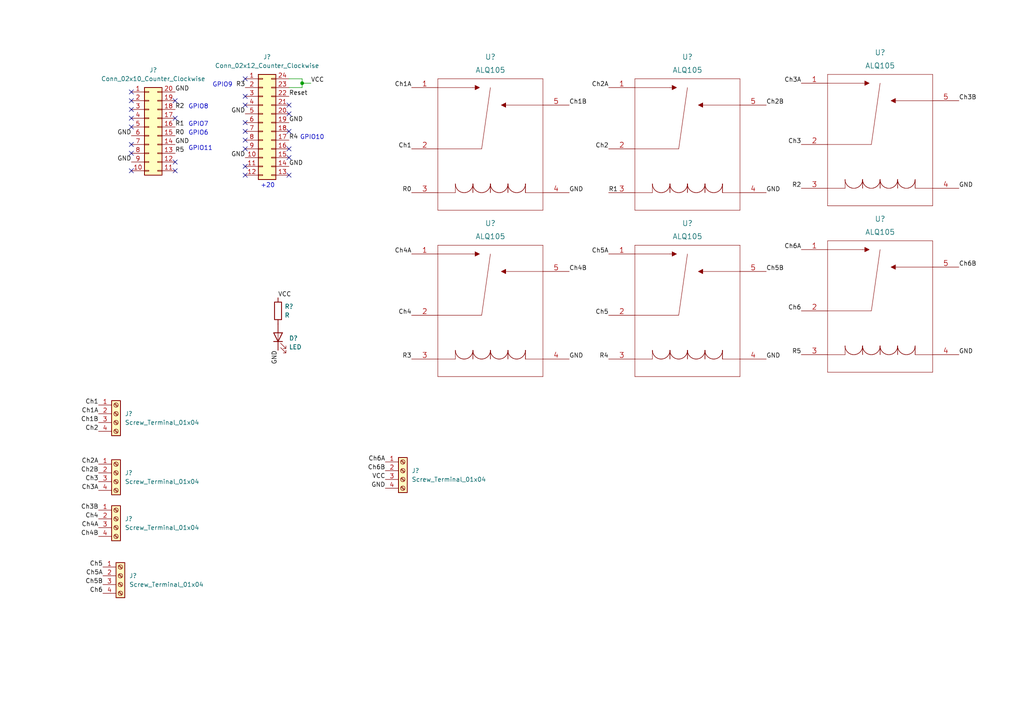
<source format=kicad_sch>
(kicad_sch (version 20211123) (generator eeschema)
  (paper "A4")
  (lib_symbols
    (symbol "ALQ105-BAJA:ALQ105" (pin_names (offset -0.254) hide)
      (property "Reference" "U" (at 22.86 12.7 0))
      (property "Value" "ALQ105" (at 22.86 10.16 0))
      (symbol "ALQ105_1_1"
        (polyline (pts (xy 7.62 -35.56) (xy 38.1 -35.56)) (stroke (width 0.127)))
        (polyline (pts (xy 7.62 0) (xy 17.78 0)) (stroke (width 0.127)))
        (polyline (pts (xy 7.62 2.54) (xy 7.62 -35.56)) (stroke (width 0.127)))
        (polyline (pts (xy 12.7 -30.48) (xy 7.62 -30.48)) (stroke (width 0.127)))
        (polyline (pts (xy 12.7 -27.94) (xy 12.7 -30.48)) (stroke (width 0.127)))
        (polyline (pts (xy 17.78 -27.94) (xy 17.78 -30.48)) (stroke (width 0.127)))
        (polyline (pts (xy 17.78 -27.94) (xy 17.78 -30.48)) (stroke (width 0.127)))
        (polyline (pts (xy 17.78 0) (xy 19.05 0)) (stroke (width 0.127)))
        (polyline (pts (xy 20.32 -17.78) (xy 7.62 -17.78)) (stroke (width 0.127)))
        (polyline (pts (xy 20.32 -17.78) (xy 22.86 0)) (stroke (width 0.127)))
        (polyline (pts (xy 22.86 -27.94) (xy 22.86 -30.48)) (stroke (width 0.127)))
        (polyline (pts (xy 22.86 -27.94) (xy 22.86 -30.48)) (stroke (width 0.127)))
        (polyline (pts (xy 27.94 -27.94) (xy 27.94 -30.48)) (stroke (width 0.127)))
        (polyline (pts (xy 27.94 -27.94) (xy 27.94 -30.48)) (stroke (width 0.127)))
        (polyline (pts (xy 33.02 -27.94) (xy 33.02 -30.48)) (stroke (width 0.127)))
        (polyline (pts (xy 33.02 -27.94) (xy 33.02 -30.48)) (stroke (width 0.127)))
        (polyline (pts (xy 38.1 -35.56) (xy 38.1 2.54)) (stroke (width 0.127)))
        (polyline (pts (xy 38.1 -30.48) (xy 33.02 -30.48)) (stroke (width 0.127)))
        (polyline (pts (xy 38.1 -5.08) (xy 26.67 -5.08)) (stroke (width 0.127)))
        (polyline (pts (xy 38.1 2.54) (xy 7.62 2.54)) (stroke (width 0.127)))
        (polyline (pts (xy 18.415 0.635) (xy 18.415 -0.635) (xy 19.685 0) (xy 18.415 0.635)) (fill (type outline)))
        (polyline (pts (xy 27.305 -4.445) (xy 27.305 -5.715) (xy 26.035 -5.08) (xy 27.305 -4.445)) (fill (type outline)))
        (arc (start 12.7 -27.94) (mid 15.24 -30.48) (end 17.78 -27.94) (stroke (width 0.127)))
        (arc (start 12.7 -27.94) (mid 15.24 -30.48) (end 17.78 -27.94) (stroke (width 0.127)))
        (arc (start 17.78 -27.94) (mid 20.32 -30.48) (end 22.86 -27.94) (stroke (width 0.127)))
        (arc (start 17.78 -27.94) (mid 20.32 -30.48) (end 22.86 -27.94) (stroke (width 0.127)))
        (arc (start 22.86 -27.94) (mid 25.4 -30.48) (end 27.94 -27.94) (stroke (width 0.127)))
        (arc (start 22.86 -27.94) (mid 25.4 -30.48) (end 27.94 -27.94) (stroke (width 0.127)))
        (arc (start 27.94 -27.94) (mid 30.48 -30.48) (end 33.02 -27.94) (stroke (width 0.127)))
        (arc (start 27.94 -27.94) (mid 30.48 -30.48) (end 33.02 -27.94) (stroke (width 0.127)))
        (pin unspecified line (at 0 0 0) (length 7.62) (name "1") (number "1"))
        (pin unspecified line (at 0 -17.78 0) (length 7.62) (name "2") (number "2"))
        (pin unspecified line (at 0 -30.48 0) (length 7.62) (name "3") (number "3"))
        (pin unspecified line (at 45.72 -30.48 180) (length 7.62) (name "4") (number "4"))
        (pin unspecified line (at 45.72 -5.08 180) (length 7.62) (name "5") (number "5"))
      )
    )
    (symbol "Connector:Screw_Terminal_01x04" (pin_names (offset 1.016) hide)
      (property "Reference" "J" (at 0 5.08 0))
      (property "Value" "Screw_Terminal_01x04" (at 0 -7.62 0))
      (symbol "Screw_Terminal_01x04_1_1"
        (rectangle (start -1.27 3.81) (end 1.27 -6.35) (stroke (width 0.254)) (fill (type background)))
        (circle (center 0 -5.08) (radius 0.635) (stroke (width 0.1524)))
        (circle (center 0 -2.54) (radius 0.635) (stroke (width 0.1524)))
        (polyline (pts (xy -0.5334 -4.7498) (xy 0.3302 -5.588)) (stroke (width 0.1524)))
        (polyline (pts (xy -0.5334 -2.2098) (xy 0.3302 -3.048)) (stroke (width 0.1524)))
        (polyline (pts (xy -0.5334 0.3302) (xy 0.3302 -0.508)) (stroke (width 0.1524)))
        (polyline (pts (xy -0.5334 2.8702) (xy 0.3302 2.032)) (stroke (width 0.1524)))
        (polyline (pts (xy -0.3556 -4.572) (xy 0.508 -5.4102)) (stroke (width 0.1524)))
        (polyline (pts (xy -0.3556 -2.032) (xy 0.508 -2.8702)) (stroke (width 0.1524)))
        (polyline (pts (xy -0.3556 0.508) (xy 0.508 -0.3302)) (stroke (width 0.1524)))
        (polyline (pts (xy -0.3556 3.048) (xy 0.508 2.2098)) (stroke (width 0.1524)))
        (circle (center 0 0) (radius 0.635) (stroke (width 0.1524)))
        (circle (center 0 2.54) (radius 0.635) (stroke (width 0.1524)))
        (pin passive line (at -5.08 2.54 0) (length 3.81) (name "Pin_1") (number "1"))
        (pin passive line (at -5.08 0 0) (length 3.81) (name "Pin_2") (number "2"))
        (pin passive line (at -5.08 -2.54 0) (length 3.81) (name "Pin_3") (number "3"))
        (pin passive line (at -5.08 -5.08 0) (length 3.81) (name "Pin_4") (number "4"))
      )
    )
    (symbol "Connector_Generic:Conn_02x10_Counter_Clockwise" (pin_names (offset 1.016) hide)
      (property "Reference" "J" (at 1.27 12.7 0))
      (property "Value" "Conn_02x10_Counter_Clockwise" (at 1.27 -15.24 0))
      (symbol "Conn_02x10_Counter_Clockwise_1_1"
        (rectangle (start -1.27 -12.573) (end 0 -12.827) (stroke (width 0.1524)))
        (rectangle (start -1.27 -10.033) (end 0 -10.287) (stroke (width 0.1524)))
        (rectangle (start -1.27 -7.493) (end 0 -7.747) (stroke (width 0.1524)))
        (rectangle (start -1.27 -4.953) (end 0 -5.207) (stroke (width 0.1524)))
        (rectangle (start -1.27 -2.413) (end 0 -2.667) (stroke (width 0.1524)))
        (rectangle (start -1.27 0.127) (end 0 -0.127) (stroke (width 0.1524)))
        (rectangle (start -1.27 2.667) (end 0 2.413) (stroke (width 0.1524)))
        (rectangle (start -1.27 5.207) (end 0 4.953) (stroke (width 0.1524)))
        (rectangle (start -1.27 7.747) (end 0 7.493) (stroke (width 0.1524)))
        (rectangle (start -1.27 10.287) (end 0 10.033) (stroke (width 0.1524)))
        (rectangle (start -1.27 11.43) (end 3.81 -13.97) (stroke (width 0.254)) (fill (type background)))
        (rectangle (start 3.81 -12.573) (end 2.54 -12.827) (stroke (width 0.1524)))
        (rectangle (start 3.81 -10.033) (end 2.54 -10.287) (stroke (width 0.1524)))
        (rectangle (start 3.81 -7.493) (end 2.54 -7.747) (stroke (width 0.1524)))
        (rectangle (start 3.81 -4.953) (end 2.54 -5.207) (stroke (width 0.1524)))
        (rectangle (start 3.81 -2.413) (end 2.54 -2.667) (stroke (width 0.1524)))
        (rectangle (start 3.81 0.127) (end 2.54 -0.127) (stroke (width 0.1524)))
        (rectangle (start 3.81 2.667) (end 2.54 2.413) (stroke (width 0.1524)))
        (rectangle (start 3.81 5.207) (end 2.54 4.953) (stroke (width 0.1524)))
        (rectangle (start 3.81 7.747) (end 2.54 7.493) (stroke (width 0.1524)))
        (rectangle (start 3.81 10.287) (end 2.54 10.033) (stroke (width 0.1524)))
        (pin passive line (at -5.08 10.16 0) (length 3.81) (name "Pin_1") (number "1"))
        (pin passive line (at -5.08 -12.7 0) (length 3.81) (name "Pin_10") (number "10"))
        (pin passive line (at 7.62 -12.7 180) (length 3.81) (name "Pin_11") (number "11"))
        (pin passive line (at 7.62 -10.16 180) (length 3.81) (name "Pin_12") (number "12"))
        (pin passive line (at 7.62 -7.62 180) (length 3.81) (name "Pin_13") (number "13"))
        (pin passive line (at 7.62 -5.08 180) (length 3.81) (name "Pin_14") (number "14"))
        (pin passive line (at 7.62 -2.54 180) (length 3.81) (name "Pin_15") (number "15"))
        (pin passive line (at 7.62 0 180) (length 3.81) (name "Pin_16") (number "16"))
        (pin passive line (at 7.62 2.54 180) (length 3.81) (name "Pin_17") (number "17"))
        (pin passive line (at 7.62 5.08 180) (length 3.81) (name "Pin_18") (number "18"))
        (pin passive line (at 7.62 7.62 180) (length 3.81) (name "Pin_19") (number "19"))
        (pin passive line (at -5.08 7.62 0) (length 3.81) (name "Pin_2") (number "2"))
        (pin passive line (at 7.62 10.16 180) (length 3.81) (name "Pin_20") (number "20"))
        (pin passive line (at -5.08 5.08 0) (length 3.81) (name "Pin_3") (number "3"))
        (pin passive line (at -5.08 2.54 0) (length 3.81) (name "Pin_4") (number "4"))
        (pin passive line (at -5.08 0 0) (length 3.81) (name "Pin_5") (number "5"))
        (pin passive line (at -5.08 -2.54 0) (length 3.81) (name "Pin_6") (number "6"))
        (pin passive line (at -5.08 -5.08 0) (length 3.81) (name "Pin_7") (number "7"))
        (pin passive line (at -5.08 -7.62 0) (length 3.81) (name "Pin_8") (number "8"))
        (pin passive line (at -5.08 -10.16 0) (length 3.81) (name "Pin_9") (number "9"))
      )
    )
    (symbol "Connector_Generic:Conn_02x12_Counter_Clockwise" (pin_names (offset 1.016) hide)
      (property "Reference" "J" (at 1.27 15.24 0))
      (property "Value" "Conn_02x12_Counter_Clockwise" (at 1.27 -17.78 0))
      (symbol "Conn_02x12_Counter_Clockwise_1_1"
        (rectangle (start -1.27 -15.113) (end 0 -15.367) (stroke (width 0.1524)))
        (rectangle (start -1.27 -12.573) (end 0 -12.827) (stroke (width 0.1524)))
        (rectangle (start -1.27 -10.033) (end 0 -10.287) (stroke (width 0.1524)))
        (rectangle (start -1.27 -7.493) (end 0 -7.747) (stroke (width 0.1524)))
        (rectangle (start -1.27 -4.953) (end 0 -5.207) (stroke (width 0.1524)))
        (rectangle (start -1.27 -2.413) (end 0 -2.667) (stroke (width 0.1524)))
        (rectangle (start -1.27 0.127) (end 0 -0.127) (stroke (width 0.1524)))
        (rectangle (start -1.27 2.667) (end 0 2.413) (stroke (width 0.1524)))
        (rectangle (start -1.27 5.207) (end 0 4.953) (stroke (width 0.1524)))
        (rectangle (start -1.27 7.747) (end 0 7.493) (stroke (width 0.1524)))
        (rectangle (start -1.27 10.287) (end 0 10.033) (stroke (width 0.1524)))
        (rectangle (start -1.27 12.827) (end 0 12.573) (stroke (width 0.1524)))
        (rectangle (start -1.27 13.97) (end 3.81 -16.51) (stroke (width 0.254)) (fill (type background)))
        (rectangle (start 3.81 -15.113) (end 2.54 -15.367) (stroke (width 0.1524)))
        (rectangle (start 3.81 -12.573) (end 2.54 -12.827) (stroke (width 0.1524)))
        (rectangle (start 3.81 -10.033) (end 2.54 -10.287) (stroke (width 0.1524)))
        (rectangle (start 3.81 -7.493) (end 2.54 -7.747) (stroke (width 0.1524)))
        (rectangle (start 3.81 -4.953) (end 2.54 -5.207) (stroke (width 0.1524)))
        (rectangle (start 3.81 -2.413) (end 2.54 -2.667) (stroke (width 0.1524)))
        (rectangle (start 3.81 0.127) (end 2.54 -0.127) (stroke (width 0.1524)))
        (rectangle (start 3.81 2.667) (end 2.54 2.413) (stroke (width 0.1524)))
        (rectangle (start 3.81 5.207) (end 2.54 4.953) (stroke (width 0.1524)))
        (rectangle (start 3.81 7.747) (end 2.54 7.493) (stroke (width 0.1524)))
        (rectangle (start 3.81 10.287) (end 2.54 10.033) (stroke (width 0.1524)))
        (rectangle (start 3.81 12.827) (end 2.54 12.573) (stroke (width 0.1524)))
        (pin passive line (at -5.08 12.7 0) (length 3.81) (name "Pin_1") (number "1"))
        (pin passive line (at -5.08 -10.16 0) (length 3.81) (name "Pin_10") (number "10"))
        (pin passive line (at -5.08 -12.7 0) (length 3.81) (name "Pin_11") (number "11"))
        (pin passive line (at -5.08 -15.24 0) (length 3.81) (name "Pin_12") (number "12"))
        (pin passive line (at 7.62 -15.24 180) (length 3.81) (name "Pin_13") (number "13"))
        (pin passive line (at 7.62 -12.7 180) (length 3.81) (name "Pin_14") (number "14"))
        (pin passive line (at 7.62 -10.16 180) (length 3.81) (name "Pin_15") (number "15"))
        (pin passive line (at 7.62 -7.62 180) (length 3.81) (name "Pin_16") (number "16"))
        (pin passive line (at 7.62 -5.08 180) (length 3.81) (name "Pin_17") (number "17"))
        (pin passive line (at 7.62 -2.54 180) (length 3.81) (name "Pin_18") (number "18"))
        (pin passive line (at 7.62 0 180) (length 3.81) (name "Pin_19") (number "19"))
        (pin passive line (at -5.08 10.16 0) (length 3.81) (name "Pin_2") (number "2"))
        (pin passive line (at 7.62 2.54 180) (length 3.81) (name "Pin_20") (number "20"))
        (pin passive line (at 7.62 5.08 180) (length 3.81) (name "Pin_21") (number "21"))
        (pin passive line (at 7.62 7.62 180) (length 3.81) (name "Pin_22") (number "22"))
        (pin passive line (at 7.62 10.16 180) (length 3.81) (name "Pin_23") (number "23"))
        (pin passive line (at 7.62 12.7 180) (length 3.81) (name "Pin_24") (number "24"))
        (pin passive line (at -5.08 7.62 0) (length 3.81) (name "Pin_3") (number "3"))
        (pin passive line (at -5.08 5.08 0) (length 3.81) (name "Pin_4") (number "4"))
        (pin passive line (at -5.08 2.54 0) (length 3.81) (name "Pin_5") (number "5"))
        (pin passive line (at -5.08 0 0) (length 3.81) (name "Pin_6") (number "6"))
        (pin passive line (at -5.08 -2.54 0) (length 3.81) (name "Pin_7") (number "7"))
        (pin passive line (at -5.08 -5.08 0) (length 3.81) (name "Pin_8") (number "8"))
        (pin passive line (at -5.08 -7.62 0) (length 3.81) (name "Pin_9") (number "9"))
      )
    )
    (symbol "Device:LED" (pin_numbers hide) (pin_names (offset 1.016) hide)
      (property "Reference" "D" (at 0 2.54 0))
      (property "Value" "LED" (at 0 -2.54 0))
      (symbol "LED_0_1"
        (polyline (pts (xy -1.27 -1.27) (xy -1.27 1.27)) (stroke (width 0.254)))
        (polyline (pts (xy -1.27 0) (xy 1.27 0)))
        (polyline (pts (xy 1.27 -1.27) (xy 1.27 1.27) (xy -1.27 0) (xy 1.27 -1.27)) (stroke (width 0.254)))
        (polyline (pts (xy -3.048 -0.762) (xy -4.572 -2.286) (xy -3.81 -2.286) (xy -4.572 -2.286) (xy -4.572 -1.524)))
        (polyline (pts (xy -1.778 -0.762) (xy -3.302 -2.286) (xy -2.54 -2.286) (xy -3.302 -2.286) (xy -3.302 -1.524)))
      )
      (symbol "LED_1_1"
        (pin passive line (at -3.81 0 0) (length 2.54) (name "K") (number "1"))
        (pin passive line (at 3.81 0 180) (length 2.54) (name "A") (number "2"))
      )
    )
    (symbol "Device:R" (pin_numbers hide) (pin_names (offset 0))
      (property "Reference" "R" (at 2.032 0 90))
      (property "Value" "R" (at 0 0 90))
      (symbol "R_0_1"
        (rectangle (start -1.016 -2.54) (end 1.016 2.54) (stroke (width 0.254)))
      )
      (symbol "R_1_1"
        (pin passive line (at 0 3.81 270) (length 1.27) (name "~") (number "1"))
        (pin passive line (at 0 -3.81 90) (length 1.27) (name "~") (number "2"))
      )
    )
  )
  (junction (at 87.63 24.13))
  (no_connect (at 38.1 34.29))
  (no_connect (at 50.8 34.29))
  (no_connect (at 50.8 29.21))
  (no_connect (at 38.1 26.67))
  (no_connect (at 38.1 29.21))
  (no_connect (at 50.8 49.53))
  (no_connect (at 50.8 46.99))
  (no_connect (at 38.1 41.91))
  (no_connect (at 38.1 44.45))
  (no_connect (at 38.1 49.53))
  (no_connect (at 71.12 40.64))
  (no_connect (at 71.12 38.1))
  (no_connect (at 71.12 35.56))
  (no_connect (at 71.12 30.48))
  (no_connect (at 71.12 27.94))
  (no_connect (at 71.12 22.86))
  (no_connect (at 38.1 31.75))
  (no_connect (at 38.1 36.83))
  (no_connect (at 83.82 50.8))
  (no_connect (at 71.12 50.8))
  (no_connect (at 71.12 48.26))
  (no_connect (at 71.12 43.18))
  (no_connect (at 83.82 33.02))
  (no_connect (at 83.82 38.1))
  (no_connect (at 83.82 30.48))
  (no_connect (at 83.82 43.18))
  (no_connect (at 83.82 45.72))
  (wire (pts (xy 87.63 22.86) (xy 83.82 22.86)))
  (wire (pts (xy 90.17 24.13) (xy 87.63 24.13)))
  (wire (pts (xy 87.63 24.13) (xy 87.63 25.4)))
  (wire (pts (xy 87.63 25.4) (xy 83.82 25.4)))
  (wire (pts (xy 87.63 24.13) (xy 87.63 22.86)))
  (text "GPIO7" (at 54.61 36.83 0) (effects (font (size 1.27 1.27)) (justify left bottom)))
  (text "GPIO9" (at 61.595 25.4 0) (effects (font (size 1.27 1.27)) (justify left bottom)))
  (text "GPIO8" (at 54.61 31.75 0) (effects (font (size 1.27 1.27)) (justify left bottom)))
  (text "GPIO10" (at 86.995 40.64 0) (effects (font (size 1.27 1.27)) (justify left bottom)))
  (text "GPIO11" (at 54.61 43.815 0) (effects (font (size 1.27 1.27)) (justify left bottom)))
  (text "+20" (at 75.565 54.61 0) (effects (font (size 1.27 1.27)) (justify left bottom)))
  (text "GPIO6" (at 54.61 39.37 0) (effects (font (size 1.27 1.27)) (justify left bottom)))
  (label "R3" (at 119.38 104.14 180))
  (label "Ch6A" (at 111.76 133.985 180))
  (label "R1" (at 176.53 55.88 0))
  (label "Ch2A" (at 28.575 134.62 180))
  (label "Ch6" (at 29.845 172.085 180))
  (label "R1" (at 50.8 36.83 0))
  (label "Ch5B" (at 29.845 169.545 180))
  (label "GND" (at 83.82 48.26 0))
  (label "GND" (at 111.76 141.605 180))
  (label "Ch5" (at 176.53 91.44 180))
  (label "Ch1B" (at 28.575 122.555 180))
  (label "Ch1A" (at 28.575 120.015 180))
  (label "Ch2" (at 176.53 43.18 180))
  (label "R4" (at 176.53 104.14 180))
  (label "Ch1" (at 28.575 117.475 180))
  (label "Ch3A" (at 28.575 142.24 180))
  (label "R5" (at 232.41 102.87 180))
  (label "Ch1A" (at 119.38 25.4 180))
  (label "Ch3B" (at 278.13 29.21 0))
  (label "Ch6" (at 232.41 90.17 180))
  (label "R2" (at 232.41 54.61 180))
  (label "VCC" (at 80.645 86.36 0))
  (label "Ch1" (at 119.38 43.18 180))
  (label "Ch3A" (at 232.41 24.13 180))
  (label "GND" (at 278.13 102.87 0))
  (label "R0" (at 119.38 55.88 180))
  (label "Ch4A" (at 119.38 73.66 180))
  (label "Ch5B" (at 222.25 78.74 0))
  (label "R0" (at 50.8 39.37 0))
  (label "Ch5A" (at 29.845 167.005 180))
  (label "Ch4B" (at 165.1 78.74 0))
  (label "GND" (at 222.25 55.88 0))
  (label "GND" (at 165.1 104.14 0))
  (label "R5" (at 50.8 44.45 0))
  (label "Ch3" (at 28.575 139.7 180))
  (label "R4" (at 83.82 40.64 0))
  (label "Ch5" (at 29.845 164.465 180))
  (label "Ch4B" (at 28.575 155.575 180))
  (label "Ch2B" (at 222.25 30.48 0))
  (label "VCC" (at 90.17 24.13 0))
  (label "Ch5A" (at 176.53 73.66 180))
  (label "GND" (at 38.1 39.37 180))
  (label "Ch3" (at 232.41 41.91 180))
  (label "R2" (at 50.8 31.75 0))
  (label "Ch2A" (at 176.53 25.4 180))
  (label "GND" (at 50.8 41.91 0))
  (label "GND" (at 38.1 46.99 180))
  (label "GND" (at 83.82 35.56 0))
  (label "Ch6B" (at 111.76 136.525 180))
  (label "Reset" (at 83.82 27.94 0))
  (label "GND" (at 222.25 104.14 0))
  (label "Ch4" (at 119.38 91.44 180))
  (label "Ch4" (at 28.575 150.495 180))
  (label "Ch6A" (at 232.41 72.39 180))
  (label "GND" (at 80.645 101.6 270))
  (label "GND" (at 71.12 45.72 180))
  (label "R3" (at 71.12 25.4 180))
  (label "GND" (at 165.1 55.88 0))
  (label "Ch6B" (at 278.13 77.47 0))
  (label "GND" (at 71.12 33.02 180))
  (label "GND" (at 278.13 54.61 0))
  (label "Ch2B" (at 28.575 137.16 180))
  (label "GND" (at 50.8 26.67 0))
  (label "Ch1B" (at 165.1 30.48 0))
  (label "Ch3B" (at 28.575 147.955 180))
  (label "VCC" (at 111.76 139.065 180))
  (label "Ch4A" (at 28.575 153.035 180))
  (label "Ch2" (at 28.575 125.095 180))
  (symbol (lib_id "ALQ105-BAJA:ALQ105") (at 232.41 24.13 0) (unit 1)
    (property "Reference" "U?" (at 255.27 15.24 0) (effects (font (size 1.524 1.524))))
    (property "Value" "ALQ105" (at 255.27 19.05 0) (effects (font (size 1.524 1.524))))
    (property "Footprint" "PAN_ALQ1_PAN" (effects hide))
  )
  (symbol (lib_id "ALQ105-BAJA:ALQ105") (at 232.41 72.39 0) (unit 1)
    (property "Reference" "U?" (at 255.27 63.5 0) (effects (font (size 1.524 1.524))))
    (property "Value" "ALQ105" (at 255.27 67.31 0) (effects (font (size 1.524 1.524))))
    (property "Footprint" "PAN_ALQ1_PAN" (effects hide))
  )
  (symbol (lib_id "Connector:Screw_Terminal_01x04") (at 33.655 137.16 0) (unit 1)
    (property "Reference" "J?" (at 36.195 137.1599 0) (effects (justify left)))
    (property "Value" "Screw_Terminal_01x04" (at 36.195 139.6999 0) (effects (justify left)))
  )
  (symbol (lib_id "Device:LED") (at 80.645 97.79 90) (unit 1)
    (property "Reference" "D?" (at 83.82 98.1074 90) (effects (justify right)))
    (property "Value" "LED" (at 83.82 100.6474 90) (effects (justify right)))
  )
  (symbol (lib_id "Connector:Screw_Terminal_01x04") (at 33.655 120.015 0) (unit 1)
    (property "Reference" "J?" (at 36.195 120.0149 0) (effects (justify left)))
    (property "Value" "Screw_Terminal_01x04" (at 36.195 122.5549 0) (effects (justify left)))
  )
  (symbol (lib_id "ALQ105-BAJA:ALQ105") (at 119.38 73.66 0) (unit 1)
    (property "Reference" "U?" (at 142.24 64.77 0) (effects (font (size 1.524 1.524))))
    (property "Value" "ALQ105" (at 142.24 68.58 0) (effects (font (size 1.524 1.524))))
    (property "Footprint" "PAN_ALQ1_PAN" (effects hide))
  )
  (symbol (lib_id "Device:R") (at 80.645 90.17 0) (unit 1)
    (property "Reference" "R?" (at 82.55 88.8999 0) (effects (justify left)))
    (property "Value" "R" (at 82.55 91.4399 0) (effects (justify left)))
  )
  (symbol (lib_id "ALQ105-BAJA:ALQ105") (at 176.53 25.4 0) (unit 1)
    (property "Reference" "U?" (at 199.39 16.51 0) (effects (font (size 1.524 1.524))))
    (property "Value" "ALQ105" (at 199.39 20.32 0) (effects (font (size 1.524 1.524))))
    (property "Footprint" "PAN_ALQ1_PAN" (effects hide))
  )
  (symbol (lib_id "Connector:Screw_Terminal_01x04") (at 33.655 150.495 0) (unit 1)
    (property "Reference" "J?" (at 36.195 150.4949 0) (effects (justify left)))
    (property "Value" "Screw_Terminal_01x04" (at 36.195 153.0349 0) (effects (justify left)))
  )
  (symbol (lib_id "Connector:Screw_Terminal_01x04") (at 34.925 167.005 0) (unit 1)
    (property "Reference" "J?" (at 37.465 167.0049 0) (effects (justify left)))
    (property "Value" "Screw_Terminal_01x04" (at 37.465 169.5449 0) (effects (justify left)))
  )
  (symbol (lib_id "ALQ105-BAJA:ALQ105") (at 176.53 73.66 0) (unit 1)
    (property "Reference" "U?" (at 199.39 64.77 0) (effects (font (size 1.524 1.524))))
    (property "Value" "ALQ105" (at 199.39 68.58 0) (effects (font (size 1.524 1.524))))
    (property "Footprint" "PAN_ALQ1_PAN" (effects hide))
  )
  (symbol (lib_id "Connector_Generic:Conn_02x10_Counter_Clockwise") (at 43.18 36.83 0) (unit 1)
    (property "Reference" "J?" (at 44.45 20.32 0))
    (property "Value" "Conn_02x10_Counter_Clockwise" (at 44.45 22.86 0))
  )
  (symbol (lib_id "Connector_Generic:Conn_02x12_Counter_Clockwise") (at 76.2 35.56 0) (unit 1)
    (property "Reference" "J?" (at 77.47 16.51 0))
    (property "Value" "Conn_02x12_Counter_Clockwise" (at 77.47 19.05 0))
  )
  (symbol (lib_id "ALQ105-BAJA:ALQ105") (at 119.38 25.4 0) (unit 1)
    (property "Reference" "U?" (at 142.24 16.51 0) (effects (font (size 1.524 1.524))))
    (property "Value" "ALQ105" (at 142.24 20.32 0) (effects (font (size 1.524 1.524))))
    (property "Footprint" "PAN_ALQ1_PAN" (effects hide))
  )
  (symbol (lib_id "Connector:Screw_Terminal_01x04") (at 116.84 136.525 0) (unit 1)
    (property "Reference" "J?" (at 119.38 136.5249 0) (effects (justify left)))
    (property "Value" "Screw_Terminal_01x04" (at 119.38 139.0649 0) (effects (justify left)))
  )
)
</source>
